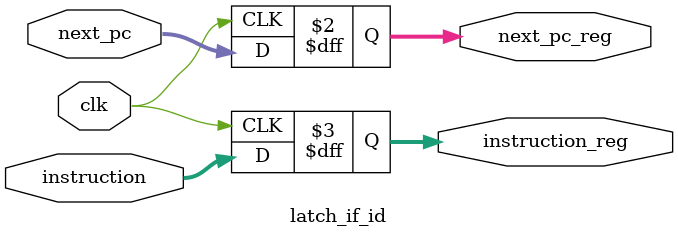
<source format=v>
`timescale 1ns / 1ps
module latch_if_id(
    input clk,
	 input [7:0] next_pc,
    input [31:0] instruction,
    output reg [7:0] next_pc_reg,
    output reg [31:0] instruction_reg
    );

	always @(posedge clk) begin
		next_pc_reg 		<= next_pc;
		instruction_reg 	<= instruction;
	end
	
endmodule

</source>
